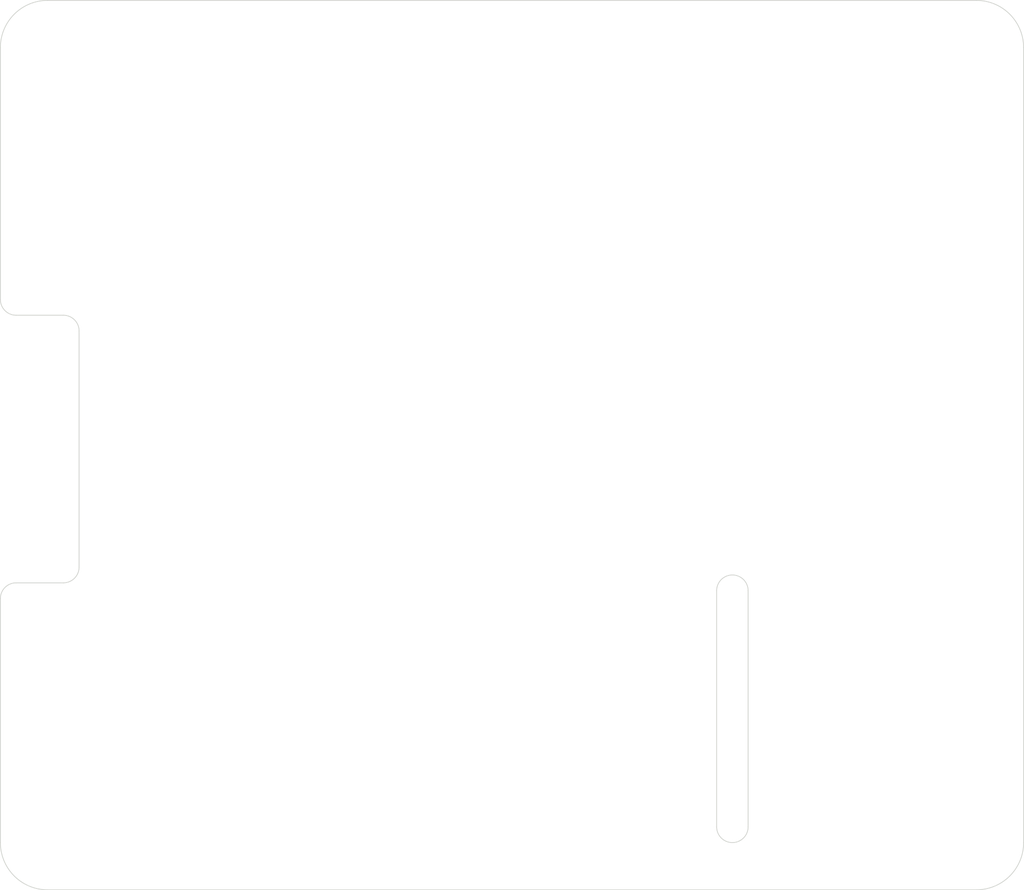
<source format=kicad_pcb>
(kicad_pcb (version 20171130) (host pcbnew 5.1.2+dfsg1-1)

  (general
    (thickness 1.6)
    (drawings 20)
    (tracks 0)
    (zones 0)
    (modules 4)
    (nets 1)
  )

  (page A4)
  (layers
    (0 F.Cu signal)
    (31 B.Cu signal)
    (32 B.Adhes user)
    (33 F.Adhes user)
    (34 B.Paste user)
    (35 F.Paste user)
    (36 B.SilkS user)
    (37 F.SilkS user)
    (38 B.Mask user)
    (39 F.Mask user)
    (40 Dwgs.User user)
    (41 Cmts.User user)
    (42 Eco1.User user)
    (43 Eco2.User user)
    (44 Edge.Cuts user)
    (45 Margin user)
    (46 B.CrtYd user)
    (47 F.CrtYd user)
    (48 B.Fab user)
    (49 F.Fab user)
  )

  (setup
    (last_trace_width 0.09)
    (user_trace_width 0.15)
    (user_trace_width 0.25)
    (user_trace_width 0.5)
    (trace_clearance 0.09)
    (zone_clearance 0.508)
    (zone_45_only no)
    (trace_min 0.09)
    (via_size 0.45)
    (via_drill 0.2)
    (via_min_size 0.45)
    (via_min_drill 0.2)
    (uvia_size 0.3)
    (uvia_drill 0.1)
    (uvias_allowed no)
    (uvia_min_size 0.2)
    (uvia_min_drill 0.1)
    (edge_width 0.05)
    (segment_width 0.2)
    (pcb_text_width 0.3)
    (pcb_text_size 1.5 1.5)
    (mod_edge_width 0.12)
    (mod_text_size 1 1)
    (mod_text_width 0.15)
    (pad_size 1.524 1.524)
    (pad_drill 0.762)
    (pad_to_mask_clearance 0.051)
    (solder_mask_min_width 0.25)
    (aux_axis_origin 0 0)
    (visible_elements FFFFF77F)
    (pcbplotparams
      (layerselection 0x010fc_ffffffff)
      (usegerberextensions false)
      (usegerberattributes false)
      (usegerberadvancedattributes false)
      (creategerberjobfile false)
      (excludeedgelayer true)
      (linewidth 0.100000)
      (plotframeref false)
      (viasonmask false)
      (mode 1)
      (useauxorigin false)
      (hpglpennumber 1)
      (hpglpenspeed 20)
      (hpglpendiameter 15.000000)
      (psnegative false)
      (psa4output false)
      (plotreference true)
      (plotvalue true)
      (plotinvisibletext false)
      (padsonsilk false)
      (subtractmaskfromsilk false)
      (outputformat 1)
      (mirror false)
      (drillshape 1)
      (scaleselection 1)
      (outputdirectory ""))
  )

  (net 0 "")

  (net_class Default "This is the default net class."
    (clearance 0.09)
    (trace_width 0.09)
    (via_dia 0.45)
    (via_drill 0.2)
    (uvia_dia 0.3)
    (uvia_drill 0.1)
  )

  (module fpga_hat:MOUNTHOLE_M2.5 (layer F.Cu) (tedit 5D1992BB) (tstamp 5D1F791C)
    (at 161.5 83.5)
    (fp_text reference REF** (at 0 0.5) (layer F.SilkS) hide
      (effects (font (size 0.1 0.1) (thickness 0.15)))
    )
    (fp_text value MOUNTHOLE_M2.5 (at 0 0.2) (layer F.Fab) hide
      (effects (font (size 0.1 0.1) (thickness 0.025)))
    )
    (fp_circle (center 0 0) (end 3.1 -0.1) (layer F.CrtYd) (width 0.12))
    (pad "" np_thru_hole circle (at 0 0) (size 2.75 2.75) (drill 2.75) (layers *.Cu *.Mask)
      (solder_mask_margin 1.725) (zone_connect 0) (thermal_gap 1.9))
  )

  (module fpga_hat:MOUNTHOLE_M2.5 (layer F.Cu) (tedit 5D1992BB) (tstamp 5D1F7912)
    (at 161.5 133)
    (fp_text reference REF** (at 0 0.5) (layer F.SilkS) hide
      (effects (font (size 0.1 0.1) (thickness 0.15)))
    )
    (fp_text value MOUNTHOLE_M2.5 (at 0 0.2) (layer F.Fab) hide
      (effects (font (size 0.1 0.1) (thickness 0.025)))
    )
    (fp_circle (center 0 0) (end 3.1 -0.1) (layer F.CrtYd) (width 0.12))
    (pad "" np_thru_hole circle (at 0 0) (size 2.75 2.75) (drill 2.75) (layers *.Cu *.Mask)
      (solder_mask_margin 1.725) (zone_connect 0) (thermal_gap 1.9))
  )

  (module fpga_hat:MOUNTHOLE_M2.5 (layer F.Cu) (tedit 5D1992BB) (tstamp 5D1F7908)
    (at 103.5 133)
    (fp_text reference REF** (at 0 0.5) (layer F.SilkS) hide
      (effects (font (size 0.1 0.1) (thickness 0.15)))
    )
    (fp_text value MOUNTHOLE_M2.5 (at 0 0.2) (layer F.Fab) hide
      (effects (font (size 0.1 0.1) (thickness 0.025)))
    )
    (fp_circle (center 0 0) (end 3.1 -0.1) (layer F.CrtYd) (width 0.12))
    (pad "" np_thru_hole circle (at 0 0) (size 2.75 2.75) (drill 2.75) (layers *.Cu *.Mask)
      (solder_mask_margin 1.725) (zone_connect 0) (thermal_gap 1.9))
  )

  (module fpga_hat:MOUNTHOLE_M2.5 (layer F.Cu) (tedit 5D1992BB) (tstamp 5D1F7904)
    (at 103.5 83.5)
    (fp_text reference REF** (at 0 0.5) (layer F.SilkS) hide
      (effects (font (size 0.1 0.1) (thickness 0.15)))
    )
    (fp_text value MOUNTHOLE_M2.5 (at 0 0.2) (layer F.Fab) hide
      (effects (font (size 0.1 0.1) (thickness 0.025)))
    )
    (fp_circle (center 0 0) (end 3.1 -0.1) (layer F.CrtYd) (width 0.12))
    (pad "" np_thru_hole circle (at 0 0) (size 2.75 2.75) (drill 2.75) (layers *.Cu *.Mask)
      (solder_mask_margin 1.725) (zone_connect 0) (thermal_gap 1.9))
  )

  (gr_arc (start 101 118) (end 101 117) (angle -90) (layer Edge.Cuts) (width 0.05))
  (gr_line (start 101 100) (end 104 100) (layer Edge.Cuts) (width 0.05) (tstamp 5D1E925D))
  (gr_line (start 105 101) (end 105 116) (layer Edge.Cuts) (width 0.05))
  (gr_line (start 101 117) (end 104 117) (layer Edge.Cuts) (width 0.05) (tstamp 5D1E925E))
  (gr_arc (start 104 101) (end 105 101) (angle -90) (layer Edge.Cuts) (width 0.05))
  (gr_arc (start 104 116) (end 104 117) (angle -90) (layer Edge.Cuts) (width 0.05))
  (gr_arc (start 101 99) (end 100 99) (angle -90) (layer Edge.Cuts) (width 0.05))
  (gr_line (start 165 83) (end 165 133.5) (layer Edge.Cuts) (width 0.05))
  (gr_line (start 145.5 117.5) (end 145.5 132.5) (layer Edge.Cuts) (width 0.05) (tstamp 5D221B05))
  (gr_line (start 147.5 132.5) (end 147.5 117.5) (layer Edge.Cuts) (width 0.05) (tstamp 5D221AFF))
  (gr_arc (start 146.5 117.5) (end 147.5 117.5) (angle -180) (layer Edge.Cuts) (width 0.05) (tstamp 5D221B02))
  (gr_arc (start 146.5 132.5) (end 145.5 132.5) (angle -180) (layer Edge.Cuts) (width 0.05) (tstamp 5D221AFC))
  (gr_line (start 100 99) (end 100 83) (layer Edge.Cuts) (width 0.05) (tstamp 5D1E9267))
  (gr_line (start 100 133.5) (end 100 118) (layer Edge.Cuts) (width 0.05) (tstamp 5D1E9266))
  (gr_arc (start 162 83) (end 165 83) (angle -90) (layer Edge.Cuts) (width 0.05))
  (gr_arc (start 162 133.5) (end 162 136.5) (angle -90) (layer Edge.Cuts) (width 0.05))
  (gr_arc (start 103 133.5) (end 100 133.5) (angle -90) (layer Edge.Cuts) (width 0.05))
  (gr_arc (start 103 83) (end 103 80) (angle -90) (layer Edge.Cuts) (width 0.05))
  (gr_line (start 162 136.5) (end 103 136.5) (layer Edge.Cuts) (width 0.05))
  (gr_line (start 103 80) (end 162 80) (layer Edge.Cuts) (width 0.05))

)

</source>
